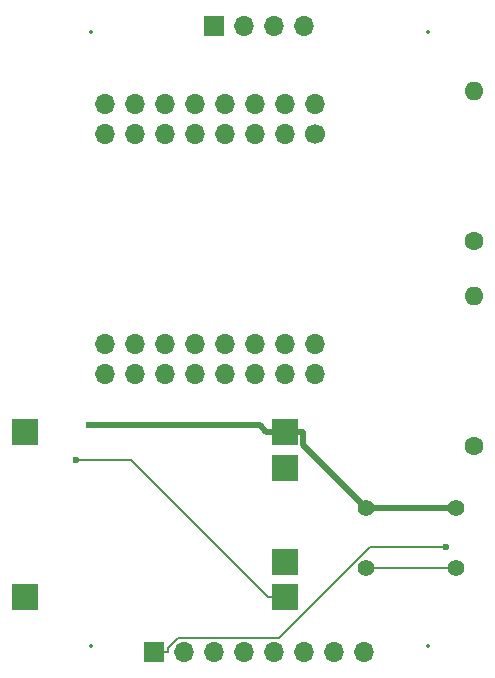
<source format=gbr>
%TF.GenerationSoftware,KiCad,Pcbnew,8.99.0-3407-g6a48e2c35a*%
%TF.CreationDate,2024-12-24T09:15:54+07:00*%
%TF.ProjectId,weather-dashboard,77656174-6865-4722-9d64-617368626f61,rev?*%
%TF.SameCoordinates,Original*%
%TF.FileFunction,Copper,L2,Bot*%
%TF.FilePolarity,Positive*%
%FSLAX46Y46*%
G04 Gerber Fmt 4.6, Leading zero omitted, Abs format (unit mm)*
G04 Created by KiCad (PCBNEW 8.99.0-3407-g6a48e2c35a) date 2024-12-24 09:15:54*
%MOMM*%
%LPD*%
G01*
G04 APERTURE LIST*
%TA.AperFunction,ComponentPad*%
%ADD10R,1.700000X1.700000*%
%TD*%
%TA.AperFunction,ComponentPad*%
%ADD11O,1.700000X1.700000*%
%TD*%
%TA.AperFunction,ComponentPad*%
%ADD12R,2.200000X2.200000*%
%TD*%
%TA.AperFunction,ComponentPad*%
%ADD13C,1.600000*%
%TD*%
%TA.AperFunction,ComponentPad*%
%ADD14O,1.600000X1.600000*%
%TD*%
%TA.AperFunction,ComponentPad*%
%ADD15C,1.700000*%
%TD*%
%TA.AperFunction,ComponentPad*%
%ADD16C,1.397000*%
%TD*%
%TA.AperFunction,ViaPad*%
%ADD17C,0.600000*%
%TD*%
%TA.AperFunction,Conductor*%
%ADD18C,0.500000*%
%TD*%
%TA.AperFunction,Conductor*%
%ADD19C,0.200000*%
%TD*%
%ADD20C,0.300000*%
%ADD21C,0.350000*%
G04 APERTURE END LIST*
D10*
%TO.P,U4,1,3V3*%
%TO.N,+3V3*%
X163964700Y-96599500D03*
D11*
%TO.P,U4,2,GND*%
%TO.N,GND*%
X166504700Y-96599500D03*
%TO.P,U4,3,LCD_CS*%
%TO.N,TFT_CS*%
X169044700Y-96599500D03*
%TO.P,U4,4,EN*%
%TO.N,TFT_EN*%
X171584700Y-96599500D03*
%TO.P,U4,5,D/C*%
%TO.N,TFT_DC*%
X174124700Y-96599500D03*
%TO.P,U4,6,LCD_MOSI*%
%TO.N,MOSI*%
X176664700Y-96599500D03*
%TO.P,U4,7,LCD_SCK*%
%TO.N,SCK*%
X179204700Y-96599500D03*
%TO.P,U4,8,LED*%
%TO.N,Net-(U4-LED)*%
X181744700Y-96599500D03*
D10*
%TO.P,U4,9,SD_CS*%
%TO.N,SD_CS*%
X169044700Y-43599500D03*
D11*
%TO.P,U4,10,SD_MOSI*%
%TO.N,MOSI*%
X171584700Y-43599500D03*
%TO.P,U4,11,SD_MISO*%
%TO.N,MISO*%
X174124700Y-43599500D03*
%TO.P,U4,12,SD_SCK*%
%TO.N,SCK*%
X176664700Y-43599500D03*
%TD*%
D12*
%TO.P,U2,0,BAT+*%
%TO.N,+BATT*%
X175000000Y-89000000D03*
%TO.P,U2,1,BAT-*%
%TO.N,-BATT*%
X175000000Y-81000000D03*
%TO.P,U2,2,OUT+*%
%TO.N,VBUS*%
X175000000Y-92000000D03*
%TO.P,U2,3,OUT-*%
%TO.N,GND*%
X175000000Y-78000000D03*
%TO.P,U2,4,IN+*%
%TO.N,unconnected-(U2-IN+-Pad4)*%
X153000000Y-92000000D03*
%TO.P,U2,5,IN-*%
%TO.N,unconnected-(U2-IN--Pad5)*%
X153000000Y-78000000D03*
%TD*%
D13*
%TO.P,R1,1*%
%TO.N,Net-(U4-LED)*%
X191000000Y-61850000D03*
D14*
%TO.P,R1,2*%
%TO.N,+3V3*%
X191000000Y-49150000D03*
%TD*%
D13*
%TO.P,R2,1*%
%TO.N,Button*%
X191000000Y-79200000D03*
D14*
%TO.P,R2,2*%
%TO.N,+3V3*%
X191000000Y-66500000D03*
%TD*%
D11*
%TO.P,U1,1,EN*%
%TO.N,unconnected-(U1-EN-Pad1)*%
X177560000Y-73040000D03*
%TO.P,U1,2,IO3*%
%TO.N,unconnected-(U1-IO3-Pad2)*%
X175020000Y-73040000D03*
%TO.P,U1,3,IO5*%
%TO.N,unconnected-(U1-IO5-Pad3)*%
X172480000Y-73040000D03*
%TO.P,U1,4,IO7*%
%TO.N,unconnected-(U1-IO7-Pad4)*%
X169940000Y-73040000D03*
%TO.P,U1,5,IO9*%
%TO.N,unconnected-(U1-IO9-Pad5)*%
X167400000Y-73040000D03*
%TO.P,U1,6,IO11/MOSI*%
%TO.N,unconnected-(U1-IO11{slash}MOSI-Pad6)*%
X164860000Y-73040000D03*
%TO.P,U1,7,IO12/SCK*%
%TO.N,unconnected-(U1-IO12{slash}SCK-Pad7)*%
X162320000Y-73040000D03*
%TO.P,U1,8,3V3*%
%TO.N,+5V*%
X159780000Y-73040000D03*
%TO.P,U1,9,IO1*%
%TO.N,unconnected-(U1-IO1-Pad9)*%
X177560000Y-70500000D03*
%TO.P,U1,10,IO2*%
%TO.N,unconnected-(U1-IO2-Pad10)*%
X175020000Y-70500000D03*
%TO.P,U1,11,IO4*%
%TO.N,unconnected-(U1-IO4-Pad11)*%
X172480000Y-70500000D03*
%TO.P,U1,12,IO6*%
%TO.N,unconnected-(U1-IO6-Pad12)*%
X169940000Y-70500000D03*
%TO.P,U1,13,IO8*%
%TO.N,unconnected-(U1-IO8-Pad13)*%
X167400000Y-70500000D03*
%TO.P,U1,14,IO10/CS0*%
%TO.N,SD_CS*%
X164860000Y-70500000D03*
%TO.P,U1,15,IO13/MISO*%
%TO.N,unconnected-(U1-IO13{slash}MISO-Pad15)*%
X162320000Y-70500000D03*
%TO.P,U1,16,IO14*%
%TO.N,unconnected-(U1-IO14-Pad16)*%
X159780000Y-70500000D03*
D15*
%TO.P,U1,17,IO40*%
%TO.N,unconnected-(U1-IO40-Pad17)*%
X177560000Y-52720000D03*
D11*
%TO.P,U1,18,IO38*%
%TO.N,Button*%
X175020000Y-52720000D03*
%TO.P,U1,19,IO36/SCK*%
%TO.N,SCK*%
X172480000Y-52720000D03*
%TO.P,U1,20,IO34/CS0*%
%TO.N,TFT_CS*%
X169940000Y-52720000D03*
%TO.P,U1,21,IO21*%
%TO.N,TFT_DC*%
X167400000Y-52720000D03*
%TO.P,U1,22,IO17*%
%TO.N,unconnected-(U1-IO17-Pad22)*%
X164860000Y-52720000D03*
%TO.P,U1,23,GND*%
%TO.N,GND*%
X162320000Y-52720000D03*
%TO.P,U1,24,IO15*%
%TO.N,unconnected-(U1-IO15-Pad24)*%
X159780000Y-52720000D03*
%TO.P,U1,25,IO39*%
%TO.N,unconnected-(U1-IO39-Pad25)*%
X177560000Y-50180000D03*
%TO.P,U1,26,IO37/MISO*%
%TO.N,MISO*%
X175020000Y-50180000D03*
%TO.P,U1,27,IO35/MOSI*%
%TO.N,MOSI*%
X172480000Y-50180000D03*
%TO.P,U1,28,IO33*%
%TO.N,TFT_EN*%
X169940000Y-50180000D03*
%TO.P,U1,29,IO18*%
%TO.N,unconnected-(U1-IO18-Pad29)*%
X167400000Y-50180000D03*
%TO.P,U1,30,IO16*%
%TO.N,unconnected-(U1-IO16-Pad30)*%
X164860000Y-50180000D03*
%TO.P,U1,31*%
%TO.N,N/C*%
X162320000Y-50180000D03*
%TO.P,U1,32,VBUS*%
%TO.N,VBUS*%
X159780000Y-50180000D03*
%TD*%
D16*
%TO.P,SW2,1,1*%
%TO.N,GND*%
X189500000Y-84420000D03*
X181880000Y-84420000D03*
%TO.P,SW2,2,2*%
%TO.N,Button*%
X189500000Y-89500000D03*
X181880000Y-89500000D03*
%TD*%
D17*
%TO.N,GND*%
X158453300Y-77434400D03*
%TO.N,+3V3*%
X188699900Y-87752300D03*
%TO.N,VBUS*%
X157300900Y-80352700D03*
%TD*%
D18*
%TO.N,GND*%
X175000000Y-78000000D02*
X176551700Y-78000000D01*
X181880000Y-84420000D02*
X176551700Y-79091700D01*
X176551700Y-79091700D02*
X176551700Y-78000000D01*
X175000000Y-78000000D02*
X173448300Y-78000000D01*
X189500000Y-84420000D02*
X181880000Y-84420000D01*
X172882700Y-77434400D02*
X173448300Y-78000000D01*
X158453300Y-77434400D02*
X172882700Y-77434400D01*
D19*
%TO.N,+3V3*%
X174517700Y-95447800D02*
X182213200Y-87752300D01*
X163964700Y-96599500D02*
X165116400Y-96599500D01*
X165116400Y-96311500D02*
X165980100Y-95447800D01*
X165980100Y-95447800D02*
X174517700Y-95447800D01*
X182213200Y-87752300D02*
X188699900Y-87752300D01*
X165116400Y-96599500D02*
X165116400Y-96311500D01*
%TO.N,Button*%
X189500000Y-89500000D02*
X181880000Y-89500000D01*
%TO.N,VBUS*%
X161951000Y-80352700D02*
X157300900Y-80352700D01*
X173598300Y-92000000D02*
X161951000Y-80352700D01*
X175000000Y-92000000D02*
X173598300Y-92000000D01*
%TD*%
D20*
X158453300Y-77434400D03*
X188699900Y-87752300D03*
X157300900Y-80352700D03*
D21*
X158604700Y-96099500D03*
X187104700Y-96099500D03*
X158604700Y-44099500D03*
X187104700Y-44099500D03*
X163964700Y-96599500D03*
X166504700Y-96599500D03*
X169044700Y-96599500D03*
X171584700Y-96599500D03*
X174124700Y-96599500D03*
X176664700Y-96599500D03*
X179204700Y-96599500D03*
X181744700Y-96599500D03*
X169044700Y-43599500D03*
X171584700Y-43599500D03*
X174124700Y-43599500D03*
X176664700Y-43599500D03*
X175000000Y-89000000D03*
X175000000Y-81000000D03*
X175000000Y-92000000D03*
X175000000Y-78000000D03*
X153000000Y-92000000D03*
X153000000Y-78000000D03*
X191000000Y-61850000D03*
X191000000Y-49150000D03*
X191000000Y-79200000D03*
X191000000Y-66500000D03*
X177560000Y-73040000D03*
X175020000Y-73040000D03*
X172480000Y-73040000D03*
X169940000Y-73040000D03*
X167400000Y-73040000D03*
X164860000Y-73040000D03*
X162320000Y-73040000D03*
X159780000Y-73040000D03*
X177560000Y-70500000D03*
X175020000Y-70500000D03*
X172480000Y-70500000D03*
X169940000Y-70500000D03*
X167400000Y-70500000D03*
X164860000Y-70500000D03*
X162320000Y-70500000D03*
X159780000Y-70500000D03*
X177560000Y-52720000D03*
X175020000Y-52720000D03*
X172480000Y-52720000D03*
X169940000Y-52720000D03*
X167400000Y-52720000D03*
X164860000Y-52720000D03*
X162320000Y-52720000D03*
X159780000Y-52720000D03*
X177560000Y-50180000D03*
X175020000Y-50180000D03*
X172480000Y-50180000D03*
X169940000Y-50180000D03*
X167400000Y-50180000D03*
X164860000Y-50180000D03*
X162320000Y-50180000D03*
X159780000Y-50180000D03*
X189500000Y-84420000D03*
X181880000Y-84420000D03*
X189500000Y-89500000D03*
X181880000Y-89500000D03*
M02*

</source>
